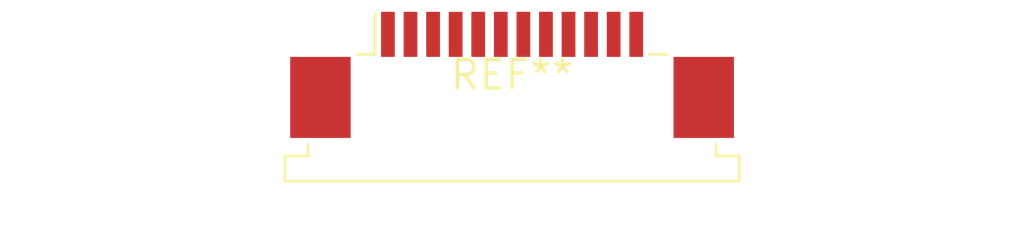
<source format=kicad_pcb>
(kicad_pcb (version 20240108) (generator pcbnew)
  (layers (0 "F.Cu" signal) (31 "B.Cu" signal) (34 "B.Paste" user) (35 "F.Paste" user) (36 "B.SilkS" user "B.Silkscreen") (37 "F.SilkS" user "F.Silkscreen") (38 "B.Mask" user) (39 "F.Mask" user) (44 "Edge.Cuts" user))
  (net 0 "")
  (footprint "TE_1-84952-2_1x12-1MP_P1.0mm_Horizontal" (layer "F.Cu") (at 0 0)
    (property "Reference" "REF**")
    (property "Value" "TE_1-84952-2_1x12-1MP_P1.0mm_Horizontal")
    (fp_line (start -10.07 3.6) (end -9.045 3.6) (layer "F.SilkS") (stroke (width 0.12)))
    (fp_line (start -10.07 4.71) (end -10.07 3.6) (layer "F.SilkS") (stroke (width 0.12)))
    (fp_line (start -9.045 3.6) (end -9.045 3.06) (layer "F.SilkS") (stroke (width 0.12)))
    (fp_line (start -6.89 -0.91) (end -6.065 -0.91) (layer "F.SilkS") (stroke (width 0.12)))
    (fp_line (start -6.065 -0.91) (end -6.065 -2.71) (layer "F.SilkS") (stroke (width 0.12)))
    (fp_line (start 6.065 -0.91) (end 6.89 -0.91) (layer "F.SilkS") (stroke (width 0.12)))
    (fp_line (start 9.045 3.06) (end 9.045 3.6) (layer "F.SilkS") (stroke (width 0.12)))
    (fp_line (start 9.045 3.6) (end 10.07 3.6) (layer "F.SilkS") (stroke (width 0.12)))
    (fp_line (start 10.07 3.6) (end 10.07 4.71) (layer "F.SilkS") (stroke (width 0.12)))
    (fp_line (start 10.07 4.71) (end -10.07 4.71) (layer "F.SilkS") (stroke (width 0.12)))
    (pad "1" smd rect (at -5.5 -1.8) (size 0.61 2) (layers "F.Cu" "F.Paste" "F.Mask"))
    (pad "2" smd rect (at -4.5 -1.8) (size 0.61 2) (layers "F.Cu" "F.Paste" "F.Mask"))
    (pad "3" smd rect (at -3.5 -1.8) (size 0.61 2) (layers "F.Cu" "F.Paste" "F.Mask"))
    (pad "4" smd rect (at -2.5 -1.8) (size 0.61 2) (layers "F.Cu" "F.Paste" "F.Mask"))
    (pad "5" smd rect (at -1.5 -1.8) (size 0.61 2) (layers "F.Cu" "F.Paste" "F.Mask"))
    (pad "6" smd rect (at -0.5 -1.8) (size 0.61 2) (layers "F.Cu" "F.Paste" "F.Mask"))
    (pad "7" smd rect (at 0.5 -1.8) (size 0.61 2) (layers "F.Cu" "F.Paste" "F.Mask"))
    (pad "8" smd rect (at 1.5 -1.8) (size 0.61 2) (layers "F.Cu" "F.Paste" "F.Mask"))
    (pad "9" smd rect (at 2.5 -1.8) (size 0.61 2) (layers "F.Cu" "F.Paste" "F.Mask"))
    (pad "10" smd rect (at 3.5 -1.8) (size 0.61 2) (layers "F.Cu" "F.Paste" "F.Mask"))
    (pad "11" smd rect (at 4.5 -1.8) (size 0.61 2) (layers "F.Cu" "F.Paste" "F.Mask"))
    (pad "12" smd rect (at 5.5 -1.8) (size 0.61 2) (layers "F.Cu" "F.Paste" "F.Mask"))
    (pad "MP" smd rect (at -8.49 1) (size 2.68 3.6) (layers "F.Cu" "F.Paste" "F.Mask"))
    (pad "MP" smd rect (at 8.49 1) (size 2.68 3.6) (layers "F.Cu" "F.Paste" "F.Mask"))
  )
)
</source>
